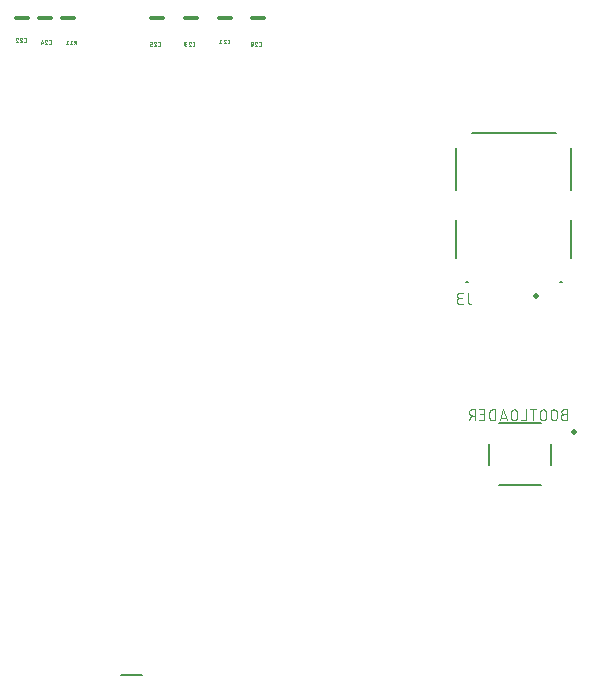
<source format=gbr>
G04 EAGLE Gerber RS-274X export*
G75*
%MOMM*%
%FSLAX34Y34*%
%LPD*%
%INSilkscreen Bottom*%
%IPPOS*%
%AMOC8*
5,1,8,0,0,1.08239X$1,22.5*%
G01*
%ADD10C,0.150000*%
%ADD11C,0.500000*%
%ADD12C,0.076200*%
%ADD13C,0.203200*%
%ADD14C,0.304800*%


D10*
X899250Y478450D02*
X901050Y478450D01*
X978550Y478450D02*
X980350Y478450D01*
X988350Y556150D02*
X988350Y591850D01*
X988350Y530650D02*
X988350Y498650D01*
X975550Y604950D02*
X904050Y604950D01*
X891250Y591850D02*
X891250Y556150D01*
X891250Y530650D02*
X891250Y498650D01*
D11*
X958750Y466650D03*
D12*
X900895Y469069D02*
X900895Y461884D01*
X900897Y461794D01*
X900903Y461705D01*
X900913Y461616D01*
X900926Y461528D01*
X900944Y461440D01*
X900965Y461353D01*
X900990Y461267D01*
X901019Y461182D01*
X901051Y461098D01*
X901087Y461016D01*
X901127Y460936D01*
X901170Y460858D01*
X901217Y460781D01*
X901266Y460706D01*
X901319Y460634D01*
X901375Y460564D01*
X901434Y460497D01*
X901496Y460432D01*
X901561Y460370D01*
X901628Y460311D01*
X901698Y460255D01*
X901770Y460202D01*
X901845Y460153D01*
X901922Y460106D01*
X902000Y460063D01*
X902080Y460023D01*
X902162Y459987D01*
X902246Y459955D01*
X902331Y459926D01*
X902417Y459901D01*
X902504Y459880D01*
X902592Y459862D01*
X902680Y459849D01*
X902769Y459839D01*
X902858Y459833D01*
X902948Y459831D01*
X903975Y459831D01*
X896763Y459831D02*
X894197Y459831D01*
X894098Y459833D01*
X893998Y459839D01*
X893899Y459848D01*
X893801Y459862D01*
X893703Y459879D01*
X893605Y459900D01*
X893509Y459925D01*
X893414Y459954D01*
X893319Y459986D01*
X893227Y460022D01*
X893135Y460061D01*
X893045Y460104D01*
X892957Y460150D01*
X892871Y460200D01*
X892787Y460253D01*
X892705Y460309D01*
X892625Y460369D01*
X892548Y460431D01*
X892473Y460497D01*
X892400Y460565D01*
X892331Y460636D01*
X892264Y460710D01*
X892200Y460786D01*
X892139Y460865D01*
X892081Y460946D01*
X892026Y461029D01*
X891975Y461114D01*
X891927Y461201D01*
X891882Y461290D01*
X891841Y461381D01*
X891803Y461473D01*
X891769Y461566D01*
X891739Y461661D01*
X891712Y461757D01*
X891689Y461854D01*
X891670Y461951D01*
X891655Y462050D01*
X891643Y462149D01*
X891635Y462248D01*
X891631Y462347D01*
X891631Y462447D01*
X891635Y462546D01*
X891643Y462645D01*
X891655Y462744D01*
X891670Y462843D01*
X891689Y462940D01*
X891712Y463037D01*
X891739Y463133D01*
X891769Y463228D01*
X891803Y463321D01*
X891841Y463413D01*
X891882Y463504D01*
X891927Y463593D01*
X891975Y463680D01*
X892026Y463765D01*
X892081Y463848D01*
X892139Y463929D01*
X892200Y464008D01*
X892264Y464084D01*
X892331Y464158D01*
X892400Y464229D01*
X892473Y464297D01*
X892548Y464363D01*
X892625Y464425D01*
X892705Y464485D01*
X892787Y464541D01*
X892871Y464594D01*
X892957Y464644D01*
X893045Y464690D01*
X893135Y464733D01*
X893227Y464772D01*
X893319Y464808D01*
X893414Y464840D01*
X893509Y464869D01*
X893605Y464894D01*
X893703Y464915D01*
X893801Y464932D01*
X893899Y464946D01*
X893998Y464955D01*
X894098Y464961D01*
X894197Y464963D01*
X893684Y469069D02*
X896763Y469069D01*
X893684Y469069D02*
X893594Y469067D01*
X893505Y469061D01*
X893416Y469051D01*
X893328Y469038D01*
X893240Y469020D01*
X893153Y468999D01*
X893067Y468974D01*
X892982Y468945D01*
X892898Y468913D01*
X892816Y468877D01*
X892736Y468837D01*
X892658Y468794D01*
X892581Y468747D01*
X892506Y468698D01*
X892434Y468645D01*
X892364Y468589D01*
X892297Y468530D01*
X892232Y468468D01*
X892170Y468403D01*
X892111Y468336D01*
X892055Y468266D01*
X892002Y468194D01*
X891953Y468119D01*
X891906Y468043D01*
X891863Y467964D01*
X891823Y467884D01*
X891787Y467802D01*
X891755Y467718D01*
X891726Y467633D01*
X891701Y467547D01*
X891680Y467460D01*
X891662Y467372D01*
X891649Y467284D01*
X891639Y467195D01*
X891633Y467106D01*
X891631Y467016D01*
X891633Y466926D01*
X891639Y466837D01*
X891649Y466748D01*
X891662Y466660D01*
X891680Y466572D01*
X891701Y466485D01*
X891726Y466399D01*
X891755Y466314D01*
X891787Y466230D01*
X891823Y466148D01*
X891863Y466068D01*
X891906Y465990D01*
X891953Y465913D01*
X892002Y465838D01*
X892055Y465766D01*
X892111Y465696D01*
X892170Y465629D01*
X892232Y465564D01*
X892297Y465502D01*
X892364Y465443D01*
X892434Y465387D01*
X892506Y465334D01*
X892581Y465285D01*
X892658Y465238D01*
X892736Y465195D01*
X892816Y465155D01*
X892898Y465119D01*
X892982Y465087D01*
X893067Y465058D01*
X893153Y465033D01*
X893240Y465012D01*
X893328Y464994D01*
X893416Y464981D01*
X893505Y464971D01*
X893594Y464965D01*
X893684Y464963D01*
X895737Y464963D01*
D13*
X624940Y145490D02*
X607160Y145490D01*
D10*
X971100Y323700D02*
X971100Y341700D01*
X919100Y341700D02*
X919100Y323700D01*
X927100Y306700D02*
X963100Y306700D01*
X963100Y358700D02*
X927100Y358700D01*
D11*
X990850Y351200D03*
D12*
X984719Y366463D02*
X982153Y366463D01*
X982054Y366461D01*
X981954Y366455D01*
X981855Y366446D01*
X981757Y366432D01*
X981659Y366415D01*
X981561Y366394D01*
X981465Y366369D01*
X981370Y366340D01*
X981275Y366308D01*
X981183Y366272D01*
X981091Y366233D01*
X981001Y366190D01*
X980913Y366144D01*
X980827Y366094D01*
X980743Y366041D01*
X980661Y365985D01*
X980581Y365925D01*
X980504Y365863D01*
X980429Y365797D01*
X980356Y365729D01*
X980287Y365658D01*
X980220Y365584D01*
X980156Y365508D01*
X980095Y365429D01*
X980037Y365348D01*
X979982Y365265D01*
X979931Y365180D01*
X979883Y365093D01*
X979838Y365004D01*
X979797Y364913D01*
X979759Y364821D01*
X979725Y364728D01*
X979695Y364633D01*
X979668Y364537D01*
X979645Y364440D01*
X979626Y364343D01*
X979611Y364244D01*
X979599Y364145D01*
X979591Y364046D01*
X979587Y363947D01*
X979587Y363847D01*
X979591Y363748D01*
X979599Y363649D01*
X979611Y363550D01*
X979626Y363451D01*
X979645Y363354D01*
X979668Y363257D01*
X979695Y363161D01*
X979725Y363066D01*
X979759Y362973D01*
X979797Y362881D01*
X979838Y362790D01*
X979883Y362701D01*
X979931Y362614D01*
X979982Y362529D01*
X980037Y362446D01*
X980095Y362365D01*
X980156Y362286D01*
X980220Y362210D01*
X980287Y362136D01*
X980356Y362065D01*
X980429Y361997D01*
X980504Y361931D01*
X980581Y361869D01*
X980661Y361809D01*
X980743Y361753D01*
X980827Y361700D01*
X980913Y361650D01*
X981001Y361604D01*
X981091Y361561D01*
X981183Y361522D01*
X981275Y361486D01*
X981370Y361454D01*
X981465Y361425D01*
X981561Y361400D01*
X981659Y361379D01*
X981757Y361362D01*
X981855Y361348D01*
X981954Y361339D01*
X982054Y361333D01*
X982153Y361331D01*
X984719Y361331D01*
X984719Y370569D01*
X982153Y370569D01*
X982063Y370567D01*
X981974Y370561D01*
X981885Y370551D01*
X981797Y370538D01*
X981709Y370520D01*
X981622Y370499D01*
X981536Y370474D01*
X981451Y370445D01*
X981367Y370413D01*
X981285Y370377D01*
X981205Y370337D01*
X981127Y370294D01*
X981050Y370247D01*
X980975Y370198D01*
X980903Y370145D01*
X980833Y370089D01*
X980766Y370030D01*
X980701Y369968D01*
X980639Y369903D01*
X980580Y369836D01*
X980524Y369766D01*
X980471Y369694D01*
X980422Y369619D01*
X980375Y369543D01*
X980332Y369464D01*
X980292Y369384D01*
X980256Y369302D01*
X980224Y369218D01*
X980195Y369133D01*
X980170Y369047D01*
X980149Y368960D01*
X980131Y368872D01*
X980118Y368784D01*
X980108Y368695D01*
X980102Y368606D01*
X980100Y368516D01*
X980102Y368426D01*
X980108Y368337D01*
X980118Y368248D01*
X980131Y368160D01*
X980149Y368072D01*
X980170Y367985D01*
X980195Y367899D01*
X980224Y367814D01*
X980256Y367730D01*
X980292Y367648D01*
X980332Y367568D01*
X980375Y367490D01*
X980422Y367413D01*
X980471Y367338D01*
X980524Y367266D01*
X980580Y367196D01*
X980639Y367129D01*
X980701Y367064D01*
X980766Y367002D01*
X980833Y366943D01*
X980903Y366887D01*
X980975Y366834D01*
X981050Y366785D01*
X981127Y366738D01*
X981205Y366695D01*
X981285Y366655D01*
X981367Y366619D01*
X981451Y366587D01*
X981536Y366558D01*
X981622Y366533D01*
X981709Y366512D01*
X981797Y366494D01*
X981885Y366481D01*
X981974Y366471D01*
X982063Y366465D01*
X982153Y366463D01*
X976149Y368003D02*
X976149Y363897D01*
X976149Y368003D02*
X976147Y368102D01*
X976141Y368202D01*
X976132Y368301D01*
X976118Y368399D01*
X976101Y368497D01*
X976080Y368595D01*
X976055Y368691D01*
X976026Y368786D01*
X975994Y368881D01*
X975958Y368973D01*
X975919Y369065D01*
X975876Y369155D01*
X975830Y369243D01*
X975780Y369329D01*
X975727Y369413D01*
X975671Y369495D01*
X975611Y369575D01*
X975549Y369652D01*
X975483Y369727D01*
X975415Y369800D01*
X975344Y369869D01*
X975270Y369936D01*
X975194Y370000D01*
X975115Y370061D01*
X975034Y370119D01*
X974951Y370174D01*
X974866Y370225D01*
X974779Y370273D01*
X974690Y370318D01*
X974599Y370359D01*
X974507Y370397D01*
X974414Y370431D01*
X974319Y370461D01*
X974223Y370488D01*
X974126Y370511D01*
X974029Y370530D01*
X973930Y370545D01*
X973831Y370557D01*
X973732Y370565D01*
X973633Y370569D01*
X973533Y370569D01*
X973434Y370565D01*
X973335Y370557D01*
X973236Y370545D01*
X973137Y370530D01*
X973040Y370511D01*
X972943Y370488D01*
X972847Y370461D01*
X972752Y370431D01*
X972659Y370397D01*
X972567Y370359D01*
X972476Y370318D01*
X972387Y370273D01*
X972300Y370225D01*
X972215Y370174D01*
X972132Y370119D01*
X972051Y370061D01*
X971972Y370000D01*
X971896Y369936D01*
X971822Y369869D01*
X971751Y369800D01*
X971683Y369727D01*
X971617Y369652D01*
X971555Y369575D01*
X971495Y369495D01*
X971439Y369413D01*
X971386Y369329D01*
X971336Y369243D01*
X971290Y369155D01*
X971247Y369065D01*
X971208Y368973D01*
X971172Y368881D01*
X971140Y368786D01*
X971111Y368691D01*
X971086Y368595D01*
X971065Y368497D01*
X971048Y368399D01*
X971034Y368301D01*
X971025Y368202D01*
X971019Y368102D01*
X971017Y368003D01*
X971017Y363897D01*
X971019Y363798D01*
X971025Y363698D01*
X971034Y363599D01*
X971048Y363501D01*
X971065Y363403D01*
X971086Y363305D01*
X971111Y363209D01*
X971140Y363114D01*
X971172Y363019D01*
X971208Y362927D01*
X971247Y362835D01*
X971290Y362745D01*
X971336Y362657D01*
X971386Y362571D01*
X971439Y362487D01*
X971495Y362405D01*
X971555Y362325D01*
X971617Y362248D01*
X971683Y362173D01*
X971751Y362100D01*
X971822Y362031D01*
X971896Y361964D01*
X971972Y361900D01*
X972051Y361839D01*
X972132Y361781D01*
X972215Y361726D01*
X972300Y361675D01*
X972387Y361627D01*
X972476Y361582D01*
X972567Y361541D01*
X972659Y361503D01*
X972752Y361469D01*
X972847Y361439D01*
X972943Y361412D01*
X973040Y361389D01*
X973137Y361370D01*
X973236Y361355D01*
X973335Y361343D01*
X973434Y361335D01*
X973533Y361331D01*
X973633Y361331D01*
X973732Y361335D01*
X973831Y361343D01*
X973930Y361355D01*
X974029Y361370D01*
X974126Y361389D01*
X974223Y361412D01*
X974319Y361439D01*
X974414Y361469D01*
X974507Y361503D01*
X974599Y361541D01*
X974690Y361582D01*
X974779Y361627D01*
X974866Y361675D01*
X974951Y361726D01*
X975034Y361781D01*
X975115Y361839D01*
X975194Y361900D01*
X975270Y361964D01*
X975344Y362031D01*
X975415Y362100D01*
X975483Y362173D01*
X975549Y362248D01*
X975611Y362325D01*
X975671Y362405D01*
X975727Y362487D01*
X975780Y362571D01*
X975830Y362657D01*
X975876Y362745D01*
X975919Y362835D01*
X975958Y362927D01*
X975994Y363019D01*
X976026Y363114D01*
X976055Y363209D01*
X976080Y363305D01*
X976101Y363403D01*
X976118Y363501D01*
X976132Y363599D01*
X976141Y363698D01*
X976147Y363798D01*
X976149Y363897D01*
X967149Y363897D02*
X967149Y368003D01*
X967147Y368102D01*
X967141Y368202D01*
X967132Y368301D01*
X967118Y368399D01*
X967101Y368497D01*
X967080Y368595D01*
X967055Y368691D01*
X967026Y368786D01*
X966994Y368881D01*
X966958Y368973D01*
X966919Y369065D01*
X966876Y369155D01*
X966830Y369243D01*
X966780Y369329D01*
X966727Y369413D01*
X966671Y369495D01*
X966611Y369575D01*
X966549Y369652D01*
X966483Y369727D01*
X966415Y369800D01*
X966344Y369869D01*
X966270Y369936D01*
X966194Y370000D01*
X966115Y370061D01*
X966034Y370119D01*
X965951Y370174D01*
X965866Y370225D01*
X965779Y370273D01*
X965690Y370318D01*
X965599Y370359D01*
X965507Y370397D01*
X965414Y370431D01*
X965319Y370461D01*
X965223Y370488D01*
X965126Y370511D01*
X965029Y370530D01*
X964930Y370545D01*
X964831Y370557D01*
X964732Y370565D01*
X964633Y370569D01*
X964533Y370569D01*
X964434Y370565D01*
X964335Y370557D01*
X964236Y370545D01*
X964137Y370530D01*
X964040Y370511D01*
X963943Y370488D01*
X963847Y370461D01*
X963752Y370431D01*
X963659Y370397D01*
X963567Y370359D01*
X963476Y370318D01*
X963387Y370273D01*
X963300Y370225D01*
X963215Y370174D01*
X963132Y370119D01*
X963051Y370061D01*
X962972Y370000D01*
X962896Y369936D01*
X962822Y369869D01*
X962751Y369800D01*
X962683Y369727D01*
X962617Y369652D01*
X962555Y369575D01*
X962495Y369495D01*
X962439Y369413D01*
X962386Y369329D01*
X962336Y369243D01*
X962290Y369155D01*
X962247Y369065D01*
X962208Y368973D01*
X962172Y368881D01*
X962140Y368786D01*
X962111Y368691D01*
X962086Y368595D01*
X962065Y368497D01*
X962048Y368399D01*
X962034Y368301D01*
X962025Y368202D01*
X962019Y368102D01*
X962017Y368003D01*
X962017Y363897D01*
X962019Y363798D01*
X962025Y363698D01*
X962034Y363599D01*
X962048Y363501D01*
X962065Y363403D01*
X962086Y363305D01*
X962111Y363209D01*
X962140Y363114D01*
X962172Y363019D01*
X962208Y362927D01*
X962247Y362835D01*
X962290Y362745D01*
X962336Y362657D01*
X962386Y362571D01*
X962439Y362487D01*
X962495Y362405D01*
X962555Y362325D01*
X962617Y362248D01*
X962683Y362173D01*
X962751Y362100D01*
X962822Y362031D01*
X962896Y361964D01*
X962972Y361900D01*
X963051Y361839D01*
X963132Y361781D01*
X963215Y361726D01*
X963300Y361675D01*
X963387Y361627D01*
X963476Y361582D01*
X963567Y361541D01*
X963659Y361503D01*
X963752Y361469D01*
X963847Y361439D01*
X963943Y361412D01*
X964040Y361389D01*
X964137Y361370D01*
X964236Y361355D01*
X964335Y361343D01*
X964434Y361335D01*
X964533Y361331D01*
X964633Y361331D01*
X964732Y361335D01*
X964831Y361343D01*
X964930Y361355D01*
X965029Y361370D01*
X965126Y361389D01*
X965223Y361412D01*
X965319Y361439D01*
X965414Y361469D01*
X965507Y361503D01*
X965599Y361541D01*
X965690Y361582D01*
X965779Y361627D01*
X965866Y361675D01*
X965951Y361726D01*
X966034Y361781D01*
X966115Y361839D01*
X966194Y361900D01*
X966270Y361964D01*
X966344Y362031D01*
X966415Y362100D01*
X966483Y362173D01*
X966549Y362248D01*
X966611Y362325D01*
X966671Y362405D01*
X966727Y362487D01*
X966780Y362571D01*
X966830Y362657D01*
X966876Y362745D01*
X966919Y362835D01*
X966958Y362927D01*
X966994Y363019D01*
X967026Y363114D01*
X967055Y363209D01*
X967080Y363305D01*
X967101Y363403D01*
X967118Y363501D01*
X967132Y363599D01*
X967141Y363698D01*
X967147Y363798D01*
X967149Y363897D01*
X956183Y361331D02*
X956183Y370569D01*
X958749Y370569D02*
X953617Y370569D01*
X950032Y370569D02*
X950032Y361331D01*
X945926Y361331D01*
X942549Y363897D02*
X942549Y368003D01*
X942547Y368102D01*
X942541Y368202D01*
X942532Y368301D01*
X942518Y368399D01*
X942501Y368497D01*
X942480Y368595D01*
X942455Y368691D01*
X942426Y368786D01*
X942394Y368881D01*
X942358Y368973D01*
X942319Y369065D01*
X942276Y369155D01*
X942230Y369243D01*
X942180Y369329D01*
X942127Y369413D01*
X942071Y369495D01*
X942011Y369575D01*
X941949Y369652D01*
X941883Y369727D01*
X941815Y369800D01*
X941744Y369869D01*
X941670Y369936D01*
X941594Y370000D01*
X941515Y370061D01*
X941434Y370119D01*
X941351Y370174D01*
X941266Y370225D01*
X941179Y370273D01*
X941090Y370318D01*
X940999Y370359D01*
X940907Y370397D01*
X940814Y370431D01*
X940719Y370461D01*
X940623Y370488D01*
X940526Y370511D01*
X940429Y370530D01*
X940330Y370545D01*
X940231Y370557D01*
X940132Y370565D01*
X940033Y370569D01*
X939933Y370569D01*
X939834Y370565D01*
X939735Y370557D01*
X939636Y370545D01*
X939537Y370530D01*
X939440Y370511D01*
X939343Y370488D01*
X939247Y370461D01*
X939152Y370431D01*
X939059Y370397D01*
X938967Y370359D01*
X938876Y370318D01*
X938787Y370273D01*
X938700Y370225D01*
X938615Y370174D01*
X938532Y370119D01*
X938451Y370061D01*
X938372Y370000D01*
X938296Y369936D01*
X938222Y369869D01*
X938151Y369800D01*
X938083Y369727D01*
X938017Y369652D01*
X937955Y369575D01*
X937895Y369495D01*
X937839Y369413D01*
X937786Y369329D01*
X937736Y369243D01*
X937690Y369155D01*
X937647Y369065D01*
X937608Y368973D01*
X937572Y368881D01*
X937540Y368786D01*
X937511Y368691D01*
X937486Y368595D01*
X937465Y368497D01*
X937448Y368399D01*
X937434Y368301D01*
X937425Y368202D01*
X937419Y368102D01*
X937417Y368003D01*
X937417Y363897D01*
X937419Y363798D01*
X937425Y363698D01*
X937434Y363599D01*
X937448Y363501D01*
X937465Y363403D01*
X937486Y363305D01*
X937511Y363209D01*
X937540Y363114D01*
X937572Y363019D01*
X937608Y362927D01*
X937647Y362835D01*
X937690Y362745D01*
X937736Y362657D01*
X937786Y362571D01*
X937839Y362487D01*
X937895Y362405D01*
X937955Y362325D01*
X938017Y362248D01*
X938083Y362173D01*
X938151Y362100D01*
X938222Y362031D01*
X938296Y361964D01*
X938372Y361900D01*
X938451Y361839D01*
X938532Y361781D01*
X938615Y361726D01*
X938700Y361675D01*
X938787Y361627D01*
X938876Y361582D01*
X938967Y361541D01*
X939059Y361503D01*
X939152Y361469D01*
X939247Y361439D01*
X939343Y361412D01*
X939440Y361389D01*
X939537Y361370D01*
X939636Y361355D01*
X939735Y361343D01*
X939834Y361335D01*
X939933Y361331D01*
X940033Y361331D01*
X940132Y361335D01*
X940231Y361343D01*
X940330Y361355D01*
X940429Y361370D01*
X940526Y361389D01*
X940623Y361412D01*
X940719Y361439D01*
X940814Y361469D01*
X940907Y361503D01*
X940999Y361541D01*
X941090Y361582D01*
X941179Y361627D01*
X941266Y361675D01*
X941351Y361726D01*
X941434Y361781D01*
X941515Y361839D01*
X941594Y361900D01*
X941670Y361964D01*
X941744Y362031D01*
X941815Y362100D01*
X941883Y362173D01*
X941949Y362248D01*
X942011Y362325D01*
X942071Y362405D01*
X942127Y362487D01*
X942180Y362571D01*
X942230Y362657D01*
X942276Y362745D01*
X942319Y362835D01*
X942358Y362927D01*
X942394Y363019D01*
X942426Y363114D01*
X942455Y363209D01*
X942480Y363305D01*
X942501Y363403D01*
X942518Y363501D01*
X942532Y363599D01*
X942541Y363698D01*
X942547Y363798D01*
X942549Y363897D01*
X934063Y361331D02*
X930983Y370569D01*
X927904Y361331D01*
X928674Y363641D02*
X933293Y363641D01*
X924249Y361331D02*
X924249Y370569D01*
X921683Y370569D01*
X921585Y370567D01*
X921487Y370561D01*
X921389Y370552D01*
X921291Y370539D01*
X921194Y370522D01*
X921098Y370502D01*
X921003Y370477D01*
X920909Y370449D01*
X920816Y370418D01*
X920724Y370383D01*
X920633Y370344D01*
X920544Y370303D01*
X920457Y370257D01*
X920372Y370209D01*
X920288Y370157D01*
X920207Y370102D01*
X920127Y370044D01*
X920050Y369983D01*
X919976Y369919D01*
X919904Y369852D01*
X919834Y369782D01*
X919767Y369710D01*
X919703Y369636D01*
X919642Y369559D01*
X919584Y369479D01*
X919529Y369398D01*
X919477Y369314D01*
X919429Y369229D01*
X919383Y369142D01*
X919342Y369053D01*
X919303Y368962D01*
X919268Y368870D01*
X919237Y368777D01*
X919209Y368683D01*
X919184Y368588D01*
X919164Y368492D01*
X919147Y368395D01*
X919134Y368297D01*
X919125Y368199D01*
X919119Y368101D01*
X919117Y368003D01*
X919117Y363897D01*
X919119Y363799D01*
X919125Y363701D01*
X919134Y363603D01*
X919147Y363505D01*
X919164Y363408D01*
X919184Y363312D01*
X919209Y363217D01*
X919237Y363123D01*
X919268Y363030D01*
X919303Y362938D01*
X919342Y362847D01*
X919383Y362758D01*
X919429Y362671D01*
X919477Y362586D01*
X919529Y362502D01*
X919584Y362421D01*
X919642Y362341D01*
X919703Y362264D01*
X919767Y362190D01*
X919834Y362118D01*
X919904Y362048D01*
X919976Y361981D01*
X920050Y361917D01*
X920127Y361856D01*
X920207Y361798D01*
X920288Y361743D01*
X920372Y361691D01*
X920457Y361643D01*
X920544Y361597D01*
X920633Y361556D01*
X920724Y361517D01*
X920816Y361482D01*
X920909Y361451D01*
X921003Y361423D01*
X921098Y361398D01*
X921194Y361378D01*
X921291Y361361D01*
X921389Y361348D01*
X921487Y361339D01*
X921585Y361333D01*
X921683Y361331D01*
X924249Y361331D01*
X914632Y361331D02*
X910526Y361331D01*
X914632Y361331D02*
X914632Y370569D01*
X910526Y370569D01*
X911553Y366463D02*
X914632Y366463D01*
X906793Y370569D02*
X906793Y361331D01*
X906793Y370569D02*
X904227Y370569D01*
X904128Y370567D01*
X904028Y370561D01*
X903929Y370552D01*
X903831Y370538D01*
X903733Y370521D01*
X903635Y370500D01*
X903539Y370475D01*
X903444Y370446D01*
X903349Y370414D01*
X903257Y370378D01*
X903165Y370339D01*
X903075Y370296D01*
X902987Y370250D01*
X902901Y370200D01*
X902817Y370147D01*
X902735Y370091D01*
X902655Y370031D01*
X902578Y369969D01*
X902503Y369903D01*
X902430Y369835D01*
X902361Y369764D01*
X902294Y369690D01*
X902230Y369614D01*
X902169Y369535D01*
X902111Y369454D01*
X902056Y369371D01*
X902005Y369286D01*
X901957Y369199D01*
X901912Y369110D01*
X901871Y369019D01*
X901833Y368927D01*
X901799Y368834D01*
X901769Y368739D01*
X901742Y368643D01*
X901719Y368546D01*
X901700Y368449D01*
X901685Y368350D01*
X901673Y368251D01*
X901665Y368152D01*
X901661Y368053D01*
X901661Y367953D01*
X901665Y367854D01*
X901673Y367755D01*
X901685Y367656D01*
X901700Y367557D01*
X901719Y367460D01*
X901742Y367363D01*
X901769Y367267D01*
X901799Y367172D01*
X901833Y367079D01*
X901871Y366987D01*
X901912Y366896D01*
X901957Y366807D01*
X902005Y366720D01*
X902056Y366635D01*
X902111Y366552D01*
X902169Y366471D01*
X902230Y366392D01*
X902294Y366316D01*
X902361Y366242D01*
X902430Y366171D01*
X902503Y366103D01*
X902578Y366037D01*
X902655Y365975D01*
X902735Y365915D01*
X902817Y365859D01*
X902901Y365806D01*
X902987Y365756D01*
X903075Y365710D01*
X903165Y365667D01*
X903257Y365628D01*
X903349Y365592D01*
X903444Y365560D01*
X903539Y365531D01*
X903635Y365506D01*
X903733Y365485D01*
X903831Y365468D01*
X903929Y365454D01*
X904028Y365445D01*
X904128Y365439D01*
X904227Y365437D01*
X906793Y365437D01*
X903714Y365437D02*
X901661Y361331D01*
D14*
X567180Y701890D02*
X557020Y701890D01*
D12*
X569449Y682893D02*
X569449Y679591D01*
X569449Y682893D02*
X568532Y682893D01*
X568473Y682891D01*
X568415Y682885D01*
X568357Y682876D01*
X568299Y682863D01*
X568243Y682846D01*
X568188Y682826D01*
X568134Y682802D01*
X568082Y682775D01*
X568032Y682745D01*
X567984Y682711D01*
X567938Y682674D01*
X567894Y682635D01*
X567853Y682592D01*
X567815Y682548D01*
X567780Y682501D01*
X567748Y682451D01*
X567719Y682400D01*
X567693Y682347D01*
X567671Y682293D01*
X567653Y682237D01*
X567638Y682180D01*
X567627Y682122D01*
X567619Y682064D01*
X567615Y682005D01*
X567615Y681947D01*
X567619Y681888D01*
X567627Y681830D01*
X567638Y681772D01*
X567653Y681715D01*
X567671Y681659D01*
X567693Y681605D01*
X567719Y681552D01*
X567748Y681501D01*
X567780Y681451D01*
X567815Y681404D01*
X567853Y681360D01*
X567894Y681317D01*
X567938Y681278D01*
X567984Y681241D01*
X568032Y681207D01*
X568082Y681177D01*
X568134Y681150D01*
X568188Y681126D01*
X568243Y681106D01*
X568299Y681089D01*
X568357Y681076D01*
X568415Y681067D01*
X568473Y681061D01*
X568532Y681059D01*
X569449Y681059D01*
X568348Y681059D02*
X567615Y679591D01*
X565831Y682159D02*
X564914Y682893D01*
X564914Y679591D01*
X565831Y679591D02*
X563996Y679591D01*
X562173Y682159D02*
X561256Y682893D01*
X561256Y679591D01*
X562173Y679591D02*
X560339Y679591D01*
D14*
X717920Y701890D02*
X728080Y701890D01*
D12*
X724935Y678527D02*
X724201Y678527D01*
X724935Y678527D02*
X724987Y678529D01*
X725039Y678534D01*
X725091Y678544D01*
X725142Y678557D01*
X725192Y678573D01*
X725240Y678593D01*
X725287Y678617D01*
X725332Y678644D01*
X725375Y678673D01*
X725416Y678706D01*
X725454Y678742D01*
X725490Y678780D01*
X725523Y678821D01*
X725552Y678864D01*
X725579Y678909D01*
X725603Y678956D01*
X725623Y679004D01*
X725639Y679054D01*
X725652Y679105D01*
X725662Y679157D01*
X725667Y679209D01*
X725669Y679261D01*
X725669Y681095D01*
X725667Y681147D01*
X725662Y681199D01*
X725652Y681251D01*
X725639Y681302D01*
X725623Y681352D01*
X725603Y681400D01*
X725579Y681447D01*
X725552Y681492D01*
X725523Y681535D01*
X725490Y681576D01*
X725454Y681614D01*
X725416Y681650D01*
X725375Y681683D01*
X725332Y681712D01*
X725287Y681739D01*
X725240Y681763D01*
X725192Y681783D01*
X725142Y681799D01*
X725091Y681812D01*
X725039Y681822D01*
X724987Y681827D01*
X724935Y681829D01*
X724201Y681829D01*
X721594Y681830D02*
X721538Y681828D01*
X721482Y681822D01*
X721426Y681813D01*
X721371Y681799D01*
X721317Y681782D01*
X721265Y681762D01*
X721214Y681737D01*
X721165Y681710D01*
X721118Y681679D01*
X721073Y681645D01*
X721030Y681608D01*
X720990Y681568D01*
X720953Y681525D01*
X720919Y681480D01*
X720888Y681433D01*
X720861Y681384D01*
X720836Y681333D01*
X720816Y681281D01*
X720799Y681227D01*
X720785Y681172D01*
X720776Y681116D01*
X720770Y681060D01*
X720768Y681004D01*
X721594Y681829D02*
X721658Y681827D01*
X721721Y681821D01*
X721784Y681812D01*
X721846Y681799D01*
X721907Y681782D01*
X721967Y681761D01*
X722026Y681737D01*
X722083Y681710D01*
X722139Y681679D01*
X722192Y681644D01*
X722243Y681607D01*
X722293Y681567D01*
X722339Y681523D01*
X722383Y681477D01*
X722424Y681429D01*
X722462Y681378D01*
X722497Y681325D01*
X722529Y681270D01*
X722557Y681213D01*
X722582Y681155D01*
X722603Y681095D01*
X721043Y680362D02*
X721005Y680401D01*
X720968Y680443D01*
X720935Y680487D01*
X720904Y680532D01*
X720876Y680580D01*
X720851Y680629D01*
X720829Y680680D01*
X720811Y680732D01*
X720795Y680785D01*
X720783Y680839D01*
X720775Y680894D01*
X720770Y680949D01*
X720768Y681004D01*
X721044Y680361D02*
X722603Y678527D01*
X720769Y678527D01*
X718945Y680178D02*
X718943Y680281D01*
X718937Y680384D01*
X718928Y680486D01*
X718914Y680588D01*
X718897Y680689D01*
X718875Y680790D01*
X718850Y680890D01*
X718822Y680988D01*
X718789Y681086D01*
X718753Y681182D01*
X718713Y681277D01*
X718670Y681370D01*
X718653Y681416D01*
X718631Y681461D01*
X718607Y681504D01*
X718580Y681546D01*
X718549Y681585D01*
X718516Y681622D01*
X718481Y681656D01*
X718443Y681688D01*
X718402Y681717D01*
X718360Y681742D01*
X718316Y681765D01*
X718270Y681784D01*
X718223Y681800D01*
X718175Y681813D01*
X718127Y681822D01*
X718078Y681827D01*
X718028Y681829D01*
X717978Y681827D01*
X717929Y681822D01*
X717881Y681813D01*
X717833Y681800D01*
X717786Y681784D01*
X717740Y681765D01*
X717696Y681742D01*
X717654Y681717D01*
X717613Y681688D01*
X717575Y681656D01*
X717540Y681622D01*
X717507Y681585D01*
X717476Y681546D01*
X717449Y681504D01*
X717425Y681461D01*
X717403Y681416D01*
X717386Y681370D01*
X717343Y681277D01*
X717303Y681182D01*
X717267Y681086D01*
X717234Y680988D01*
X717206Y680890D01*
X717181Y680790D01*
X717159Y680689D01*
X717142Y680588D01*
X717128Y680486D01*
X717119Y680384D01*
X717113Y680281D01*
X717111Y680178D01*
X718945Y680178D02*
X718943Y680075D01*
X718937Y679973D01*
X718928Y679870D01*
X718914Y679768D01*
X718897Y679667D01*
X718875Y679566D01*
X718850Y679466D01*
X718822Y679368D01*
X718789Y679270D01*
X718753Y679174D01*
X718713Y679079D01*
X718670Y678986D01*
X718653Y678940D01*
X718631Y678895D01*
X718607Y678852D01*
X718580Y678810D01*
X718549Y678771D01*
X718516Y678734D01*
X718481Y678700D01*
X718443Y678668D01*
X718402Y678639D01*
X718360Y678614D01*
X718316Y678591D01*
X718270Y678572D01*
X718223Y678556D01*
X718175Y678543D01*
X718127Y678534D01*
X718078Y678529D01*
X718028Y678527D01*
X717386Y678986D02*
X717343Y679079D01*
X717303Y679174D01*
X717267Y679270D01*
X717234Y679368D01*
X717206Y679466D01*
X717181Y679566D01*
X717159Y679667D01*
X717142Y679768D01*
X717128Y679870D01*
X717119Y679972D01*
X717113Y680075D01*
X717111Y680178D01*
X717386Y678986D02*
X717403Y678940D01*
X717425Y678895D01*
X717449Y678852D01*
X717476Y678810D01*
X717507Y678771D01*
X717540Y678734D01*
X717575Y678700D01*
X717613Y678668D01*
X717654Y678639D01*
X717696Y678614D01*
X717740Y678591D01*
X717786Y678572D01*
X717833Y678556D01*
X717881Y678543D01*
X717929Y678534D01*
X717978Y678529D01*
X718028Y678527D01*
X718762Y679261D02*
X717294Y681095D01*
D14*
X700180Y701890D02*
X690020Y701890D01*
D12*
X697521Y680451D02*
X698255Y680451D01*
X698307Y680453D01*
X698359Y680458D01*
X698411Y680468D01*
X698462Y680481D01*
X698512Y680497D01*
X698560Y680517D01*
X698607Y680541D01*
X698652Y680568D01*
X698695Y680597D01*
X698736Y680630D01*
X698774Y680666D01*
X698810Y680704D01*
X698843Y680745D01*
X698872Y680788D01*
X698899Y680833D01*
X698923Y680880D01*
X698943Y680928D01*
X698959Y680978D01*
X698972Y681029D01*
X698982Y681081D01*
X698987Y681133D01*
X698989Y681185D01*
X698989Y683019D01*
X698987Y683071D01*
X698982Y683123D01*
X698972Y683175D01*
X698959Y683226D01*
X698943Y683276D01*
X698923Y683324D01*
X698899Y683371D01*
X698872Y683416D01*
X698843Y683459D01*
X698810Y683500D01*
X698774Y683538D01*
X698736Y683574D01*
X698695Y683607D01*
X698652Y683636D01*
X698607Y683663D01*
X698560Y683687D01*
X698512Y683707D01*
X698462Y683723D01*
X698411Y683736D01*
X698359Y683746D01*
X698307Y683751D01*
X698255Y683753D01*
X697521Y683753D01*
X694914Y683754D02*
X694858Y683752D01*
X694802Y683746D01*
X694746Y683737D01*
X694691Y683723D01*
X694637Y683706D01*
X694585Y683686D01*
X694534Y683661D01*
X694485Y683634D01*
X694438Y683603D01*
X694393Y683569D01*
X694350Y683532D01*
X694310Y683492D01*
X694273Y683449D01*
X694239Y683404D01*
X694208Y683357D01*
X694181Y683308D01*
X694156Y683257D01*
X694136Y683205D01*
X694119Y683151D01*
X694105Y683096D01*
X694096Y683040D01*
X694090Y682984D01*
X694088Y682928D01*
X694914Y683753D02*
X694978Y683751D01*
X695041Y683745D01*
X695104Y683736D01*
X695166Y683723D01*
X695227Y683706D01*
X695287Y683685D01*
X695346Y683661D01*
X695403Y683634D01*
X695459Y683603D01*
X695512Y683568D01*
X695563Y683531D01*
X695613Y683491D01*
X695659Y683447D01*
X695703Y683401D01*
X695744Y683353D01*
X695782Y683302D01*
X695817Y683249D01*
X695849Y683194D01*
X695877Y683137D01*
X695902Y683079D01*
X695923Y683019D01*
X694363Y682286D02*
X694325Y682325D01*
X694288Y682367D01*
X694255Y682411D01*
X694224Y682456D01*
X694196Y682504D01*
X694171Y682553D01*
X694149Y682604D01*
X694131Y682656D01*
X694115Y682709D01*
X694103Y682763D01*
X694095Y682818D01*
X694090Y682873D01*
X694088Y682928D01*
X694364Y682285D02*
X695923Y680451D01*
X694089Y680451D01*
X692266Y683019D02*
X691349Y683753D01*
X691349Y680451D01*
X692266Y680451D02*
X690431Y680451D01*
D14*
X528380Y701890D02*
X518220Y701890D01*
D12*
X525331Y681601D02*
X526065Y681601D01*
X526117Y681603D01*
X526169Y681608D01*
X526221Y681618D01*
X526272Y681631D01*
X526322Y681647D01*
X526370Y681667D01*
X526417Y681691D01*
X526462Y681718D01*
X526505Y681747D01*
X526546Y681780D01*
X526584Y681816D01*
X526620Y681854D01*
X526653Y681895D01*
X526682Y681938D01*
X526709Y681983D01*
X526733Y682030D01*
X526753Y682078D01*
X526769Y682128D01*
X526782Y682179D01*
X526792Y682231D01*
X526797Y682283D01*
X526799Y682335D01*
X526799Y684169D01*
X526797Y684221D01*
X526792Y684273D01*
X526782Y684325D01*
X526769Y684376D01*
X526753Y684426D01*
X526733Y684474D01*
X526709Y684521D01*
X526682Y684566D01*
X526653Y684609D01*
X526620Y684650D01*
X526584Y684688D01*
X526546Y684724D01*
X526505Y684757D01*
X526462Y684786D01*
X526417Y684813D01*
X526370Y684837D01*
X526322Y684857D01*
X526272Y684873D01*
X526221Y684886D01*
X526169Y684896D01*
X526117Y684901D01*
X526065Y684903D01*
X525331Y684903D01*
X522724Y684904D02*
X522668Y684902D01*
X522612Y684896D01*
X522556Y684887D01*
X522501Y684873D01*
X522447Y684856D01*
X522395Y684836D01*
X522344Y684811D01*
X522295Y684784D01*
X522248Y684753D01*
X522203Y684719D01*
X522160Y684682D01*
X522120Y684642D01*
X522083Y684599D01*
X522049Y684554D01*
X522018Y684507D01*
X521991Y684458D01*
X521966Y684407D01*
X521946Y684355D01*
X521929Y684301D01*
X521915Y684246D01*
X521906Y684190D01*
X521900Y684134D01*
X521898Y684078D01*
X522724Y684903D02*
X522788Y684901D01*
X522851Y684895D01*
X522914Y684886D01*
X522976Y684873D01*
X523037Y684856D01*
X523097Y684835D01*
X523156Y684811D01*
X523213Y684784D01*
X523269Y684753D01*
X523322Y684718D01*
X523373Y684681D01*
X523423Y684641D01*
X523469Y684597D01*
X523513Y684551D01*
X523554Y684503D01*
X523592Y684452D01*
X523627Y684399D01*
X523659Y684344D01*
X523687Y684287D01*
X523712Y684229D01*
X523733Y684169D01*
X522173Y683436D02*
X522135Y683475D01*
X522098Y683517D01*
X522065Y683561D01*
X522034Y683606D01*
X522006Y683654D01*
X521981Y683703D01*
X521959Y683754D01*
X521941Y683806D01*
X521925Y683859D01*
X521913Y683913D01*
X521905Y683968D01*
X521900Y684023D01*
X521898Y684078D01*
X522174Y683435D02*
X523733Y681601D01*
X521899Y681601D01*
X519067Y684904D02*
X519011Y684902D01*
X518955Y684896D01*
X518899Y684887D01*
X518844Y684873D01*
X518790Y684856D01*
X518738Y684836D01*
X518687Y684811D01*
X518638Y684784D01*
X518591Y684753D01*
X518546Y684719D01*
X518503Y684682D01*
X518463Y684642D01*
X518426Y684599D01*
X518392Y684554D01*
X518361Y684507D01*
X518334Y684458D01*
X518309Y684407D01*
X518289Y684355D01*
X518272Y684301D01*
X518258Y684246D01*
X518249Y684190D01*
X518243Y684134D01*
X518241Y684078D01*
X519067Y684903D02*
X519131Y684901D01*
X519194Y684895D01*
X519257Y684886D01*
X519319Y684873D01*
X519380Y684856D01*
X519440Y684835D01*
X519499Y684811D01*
X519556Y684784D01*
X519612Y684753D01*
X519665Y684718D01*
X519716Y684681D01*
X519766Y684641D01*
X519812Y684597D01*
X519856Y684551D01*
X519897Y684503D01*
X519935Y684452D01*
X519970Y684399D01*
X520002Y684344D01*
X520030Y684287D01*
X520055Y684229D01*
X520076Y684169D01*
X518516Y683436D02*
X518478Y683475D01*
X518441Y683517D01*
X518408Y683561D01*
X518377Y683606D01*
X518349Y683654D01*
X518324Y683703D01*
X518302Y683754D01*
X518284Y683806D01*
X518268Y683859D01*
X518256Y683913D01*
X518248Y683968D01*
X518243Y684023D01*
X518241Y684078D01*
X518516Y683435D02*
X520076Y681601D01*
X518241Y681601D01*
D14*
X661620Y701890D02*
X671780Y701890D01*
D12*
X668635Y678527D02*
X667901Y678527D01*
X668635Y678527D02*
X668687Y678529D01*
X668739Y678534D01*
X668791Y678544D01*
X668842Y678557D01*
X668892Y678573D01*
X668940Y678593D01*
X668987Y678617D01*
X669032Y678644D01*
X669075Y678673D01*
X669116Y678706D01*
X669154Y678742D01*
X669190Y678780D01*
X669223Y678821D01*
X669252Y678864D01*
X669279Y678909D01*
X669303Y678956D01*
X669323Y679004D01*
X669339Y679054D01*
X669352Y679105D01*
X669362Y679157D01*
X669367Y679209D01*
X669369Y679261D01*
X669369Y681095D01*
X669367Y681147D01*
X669362Y681199D01*
X669352Y681251D01*
X669339Y681302D01*
X669323Y681352D01*
X669303Y681400D01*
X669279Y681447D01*
X669252Y681492D01*
X669223Y681535D01*
X669190Y681576D01*
X669154Y681614D01*
X669116Y681650D01*
X669075Y681683D01*
X669032Y681712D01*
X668987Y681739D01*
X668940Y681763D01*
X668892Y681783D01*
X668842Y681799D01*
X668791Y681812D01*
X668739Y681822D01*
X668687Y681827D01*
X668635Y681829D01*
X667901Y681829D01*
X665294Y681830D02*
X665238Y681828D01*
X665182Y681822D01*
X665126Y681813D01*
X665071Y681799D01*
X665017Y681782D01*
X664965Y681762D01*
X664914Y681737D01*
X664865Y681710D01*
X664818Y681679D01*
X664773Y681645D01*
X664730Y681608D01*
X664690Y681568D01*
X664653Y681525D01*
X664619Y681480D01*
X664588Y681433D01*
X664561Y681384D01*
X664536Y681333D01*
X664516Y681281D01*
X664499Y681227D01*
X664485Y681172D01*
X664476Y681116D01*
X664470Y681060D01*
X664468Y681004D01*
X665294Y681829D02*
X665358Y681827D01*
X665421Y681821D01*
X665484Y681812D01*
X665546Y681799D01*
X665607Y681782D01*
X665667Y681761D01*
X665726Y681737D01*
X665783Y681710D01*
X665839Y681679D01*
X665892Y681644D01*
X665943Y681607D01*
X665993Y681567D01*
X666039Y681523D01*
X666083Y681477D01*
X666124Y681429D01*
X666162Y681378D01*
X666197Y681325D01*
X666229Y681270D01*
X666257Y681213D01*
X666282Y681155D01*
X666303Y681095D01*
X664743Y680362D02*
X664705Y680401D01*
X664668Y680443D01*
X664635Y680487D01*
X664604Y680532D01*
X664576Y680580D01*
X664551Y680629D01*
X664529Y680680D01*
X664511Y680732D01*
X664495Y680785D01*
X664483Y680839D01*
X664475Y680894D01*
X664470Y680949D01*
X664468Y681004D01*
X664744Y680361D02*
X666303Y678527D01*
X664469Y678527D01*
X662645Y678527D02*
X661728Y678527D01*
X661669Y678529D01*
X661611Y678535D01*
X661553Y678544D01*
X661495Y678557D01*
X661439Y678574D01*
X661384Y678594D01*
X661330Y678618D01*
X661278Y678645D01*
X661228Y678675D01*
X661180Y678709D01*
X661134Y678746D01*
X661090Y678785D01*
X661049Y678828D01*
X661011Y678872D01*
X660976Y678919D01*
X660944Y678969D01*
X660915Y679020D01*
X660889Y679073D01*
X660867Y679127D01*
X660849Y679183D01*
X660834Y679240D01*
X660823Y679298D01*
X660815Y679356D01*
X660811Y679415D01*
X660811Y679473D01*
X660815Y679532D01*
X660823Y679590D01*
X660834Y679648D01*
X660849Y679705D01*
X660867Y679761D01*
X660889Y679815D01*
X660915Y679868D01*
X660944Y679919D01*
X660976Y679969D01*
X661011Y680016D01*
X661049Y680060D01*
X661090Y680103D01*
X661134Y680142D01*
X661180Y680179D01*
X661228Y680213D01*
X661278Y680243D01*
X661330Y680270D01*
X661384Y680294D01*
X661439Y680314D01*
X661495Y680331D01*
X661553Y680344D01*
X661611Y680353D01*
X661669Y680359D01*
X661728Y680361D01*
X661545Y681829D02*
X662645Y681829D01*
X661545Y681829D02*
X661493Y681827D01*
X661441Y681822D01*
X661389Y681812D01*
X661338Y681799D01*
X661288Y681783D01*
X661240Y681763D01*
X661193Y681739D01*
X661148Y681712D01*
X661105Y681683D01*
X661064Y681650D01*
X661026Y681614D01*
X660990Y681576D01*
X660957Y681535D01*
X660928Y681492D01*
X660901Y681447D01*
X660877Y681400D01*
X660857Y681352D01*
X660841Y681302D01*
X660828Y681251D01*
X660818Y681199D01*
X660813Y681147D01*
X660811Y681095D01*
X660813Y681043D01*
X660818Y680991D01*
X660828Y680939D01*
X660841Y680888D01*
X660857Y680838D01*
X660877Y680790D01*
X660901Y680743D01*
X660928Y680698D01*
X660957Y680655D01*
X660990Y680614D01*
X661026Y680576D01*
X661064Y680540D01*
X661105Y680507D01*
X661148Y680478D01*
X661193Y680451D01*
X661240Y680427D01*
X661288Y680407D01*
X661338Y680391D01*
X661389Y680378D01*
X661441Y680368D01*
X661493Y680363D01*
X661545Y680361D01*
X662279Y680361D01*
D14*
X547780Y701890D02*
X537620Y701890D01*
D12*
X546331Y680001D02*
X547065Y680001D01*
X547117Y680003D01*
X547169Y680008D01*
X547221Y680018D01*
X547272Y680031D01*
X547322Y680047D01*
X547370Y680067D01*
X547417Y680091D01*
X547462Y680118D01*
X547505Y680147D01*
X547546Y680180D01*
X547584Y680216D01*
X547620Y680254D01*
X547653Y680295D01*
X547682Y680338D01*
X547709Y680383D01*
X547733Y680430D01*
X547753Y680478D01*
X547769Y680528D01*
X547782Y680579D01*
X547792Y680631D01*
X547797Y680683D01*
X547799Y680735D01*
X547799Y682569D01*
X547797Y682621D01*
X547792Y682673D01*
X547782Y682725D01*
X547769Y682776D01*
X547753Y682826D01*
X547733Y682874D01*
X547709Y682921D01*
X547682Y682966D01*
X547653Y683009D01*
X547620Y683050D01*
X547584Y683088D01*
X547546Y683124D01*
X547505Y683157D01*
X547462Y683186D01*
X547417Y683213D01*
X547370Y683237D01*
X547322Y683257D01*
X547272Y683273D01*
X547221Y683286D01*
X547169Y683296D01*
X547117Y683301D01*
X547065Y683303D01*
X546331Y683303D01*
X543724Y683304D02*
X543668Y683302D01*
X543612Y683296D01*
X543556Y683287D01*
X543501Y683273D01*
X543447Y683256D01*
X543395Y683236D01*
X543344Y683211D01*
X543295Y683184D01*
X543248Y683153D01*
X543203Y683119D01*
X543160Y683082D01*
X543120Y683042D01*
X543083Y682999D01*
X543049Y682954D01*
X543018Y682907D01*
X542991Y682858D01*
X542966Y682807D01*
X542946Y682755D01*
X542929Y682701D01*
X542915Y682646D01*
X542906Y682590D01*
X542900Y682534D01*
X542898Y682478D01*
X543724Y683303D02*
X543788Y683301D01*
X543851Y683295D01*
X543914Y683286D01*
X543976Y683273D01*
X544037Y683256D01*
X544097Y683235D01*
X544156Y683211D01*
X544213Y683184D01*
X544269Y683153D01*
X544322Y683118D01*
X544373Y683081D01*
X544423Y683041D01*
X544469Y682997D01*
X544513Y682951D01*
X544554Y682903D01*
X544592Y682852D01*
X544627Y682799D01*
X544659Y682744D01*
X544687Y682687D01*
X544712Y682629D01*
X544733Y682569D01*
X543173Y681836D02*
X543135Y681875D01*
X543098Y681917D01*
X543065Y681961D01*
X543034Y682006D01*
X543006Y682054D01*
X542981Y682103D01*
X542959Y682154D01*
X542941Y682206D01*
X542925Y682259D01*
X542913Y682313D01*
X542905Y682368D01*
X542900Y682423D01*
X542898Y682478D01*
X543174Y681835D02*
X544733Y680001D01*
X542899Y680001D01*
X541076Y680735D02*
X540342Y683303D01*
X541076Y680735D02*
X539241Y680735D01*
X539792Y681469D02*
X539792Y680001D01*
D14*
X632520Y701890D02*
X642680Y701890D01*
D12*
X639535Y678527D02*
X638801Y678527D01*
X639535Y678527D02*
X639587Y678529D01*
X639639Y678534D01*
X639691Y678544D01*
X639742Y678557D01*
X639792Y678573D01*
X639840Y678593D01*
X639887Y678617D01*
X639932Y678644D01*
X639975Y678673D01*
X640016Y678706D01*
X640054Y678742D01*
X640090Y678780D01*
X640123Y678821D01*
X640152Y678864D01*
X640179Y678909D01*
X640203Y678956D01*
X640223Y679004D01*
X640239Y679054D01*
X640252Y679105D01*
X640262Y679157D01*
X640267Y679209D01*
X640269Y679261D01*
X640269Y681095D01*
X640267Y681147D01*
X640262Y681199D01*
X640252Y681251D01*
X640239Y681302D01*
X640223Y681352D01*
X640203Y681400D01*
X640179Y681447D01*
X640152Y681492D01*
X640123Y681535D01*
X640090Y681576D01*
X640054Y681614D01*
X640016Y681650D01*
X639975Y681683D01*
X639932Y681712D01*
X639887Y681739D01*
X639840Y681763D01*
X639792Y681783D01*
X639742Y681799D01*
X639691Y681812D01*
X639639Y681822D01*
X639587Y681827D01*
X639535Y681829D01*
X638801Y681829D01*
X636194Y681830D02*
X636138Y681828D01*
X636082Y681822D01*
X636026Y681813D01*
X635971Y681799D01*
X635917Y681782D01*
X635865Y681762D01*
X635814Y681737D01*
X635765Y681710D01*
X635718Y681679D01*
X635673Y681645D01*
X635630Y681608D01*
X635590Y681568D01*
X635553Y681525D01*
X635519Y681480D01*
X635488Y681433D01*
X635461Y681384D01*
X635436Y681333D01*
X635416Y681281D01*
X635399Y681227D01*
X635385Y681172D01*
X635376Y681116D01*
X635370Y681060D01*
X635368Y681004D01*
X636194Y681829D02*
X636258Y681827D01*
X636321Y681821D01*
X636384Y681812D01*
X636446Y681799D01*
X636507Y681782D01*
X636567Y681761D01*
X636626Y681737D01*
X636683Y681710D01*
X636739Y681679D01*
X636792Y681644D01*
X636843Y681607D01*
X636893Y681567D01*
X636939Y681523D01*
X636983Y681477D01*
X637024Y681429D01*
X637062Y681378D01*
X637097Y681325D01*
X637129Y681270D01*
X637157Y681213D01*
X637182Y681155D01*
X637203Y681095D01*
X635643Y680362D02*
X635605Y680401D01*
X635568Y680443D01*
X635535Y680487D01*
X635504Y680532D01*
X635476Y680580D01*
X635451Y680629D01*
X635429Y680680D01*
X635411Y680732D01*
X635395Y680785D01*
X635383Y680839D01*
X635375Y680894D01*
X635370Y680949D01*
X635368Y681004D01*
X635644Y680361D02*
X637203Y678527D01*
X635369Y678527D01*
X633545Y678527D02*
X632445Y678527D01*
X632393Y678529D01*
X632341Y678534D01*
X632289Y678544D01*
X632238Y678557D01*
X632189Y678573D01*
X632140Y678593D01*
X632093Y678617D01*
X632048Y678644D01*
X632005Y678673D01*
X631964Y678706D01*
X631926Y678742D01*
X631890Y678780D01*
X631857Y678821D01*
X631828Y678864D01*
X631801Y678909D01*
X631777Y678956D01*
X631757Y679004D01*
X631741Y679054D01*
X631728Y679105D01*
X631718Y679156D01*
X631713Y679209D01*
X631711Y679261D01*
X631711Y679628D01*
X631713Y679680D01*
X631718Y679732D01*
X631728Y679784D01*
X631741Y679835D01*
X631757Y679885D01*
X631777Y679933D01*
X631801Y679980D01*
X631828Y680025D01*
X631857Y680068D01*
X631890Y680109D01*
X631926Y680147D01*
X631964Y680183D01*
X632005Y680216D01*
X632048Y680245D01*
X632093Y680272D01*
X632140Y680296D01*
X632189Y680316D01*
X632238Y680332D01*
X632289Y680345D01*
X632341Y680355D01*
X632393Y680360D01*
X632445Y680362D01*
X632445Y680361D02*
X633545Y680361D01*
X633545Y681829D01*
X631711Y681829D01*
M02*

</source>
